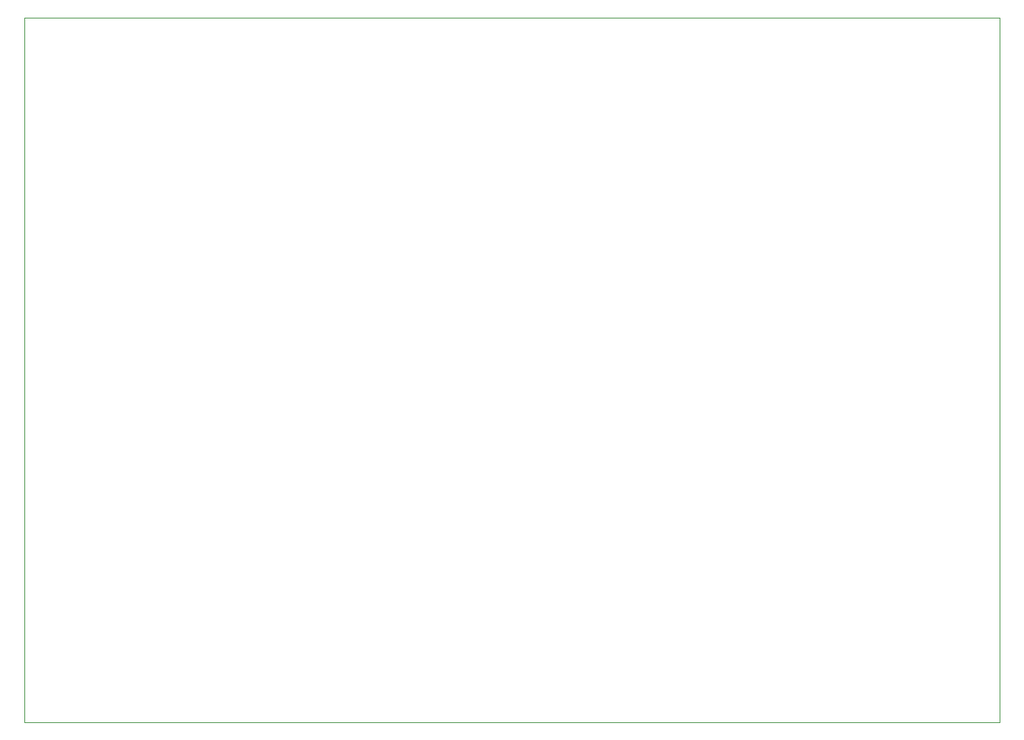
<source format=gbr>
%TF.GenerationSoftware,KiCad,Pcbnew,7.0.9*%
%TF.CreationDate,2024-08-31T17:15:55-06:00*%
%TF.ProjectId,Prototype1,50726f74-6f74-4797-9065-312e6b696361,rev?*%
%TF.SameCoordinates,Original*%
%TF.FileFunction,Profile,NP*%
%FSLAX46Y46*%
G04 Gerber Fmt 4.6, Leading zero omitted, Abs format (unit mm)*
G04 Created by KiCad (PCBNEW 7.0.9) date 2024-08-31 17:15:55*
%MOMM*%
%LPD*%
G01*
G04 APERTURE LIST*
%TA.AperFunction,Profile*%
%ADD10C,0.025400*%
%TD*%
G04 APERTURE END LIST*
D10*
X102489000Y-41148000D02*
X214249000Y-41148000D01*
X214249000Y-41148000D02*
X214249000Y-121920000D01*
X102489000Y-41148000D02*
X102489000Y-121920000D01*
X102489000Y-121920000D02*
X214249000Y-121920000D01*
M02*

</source>
